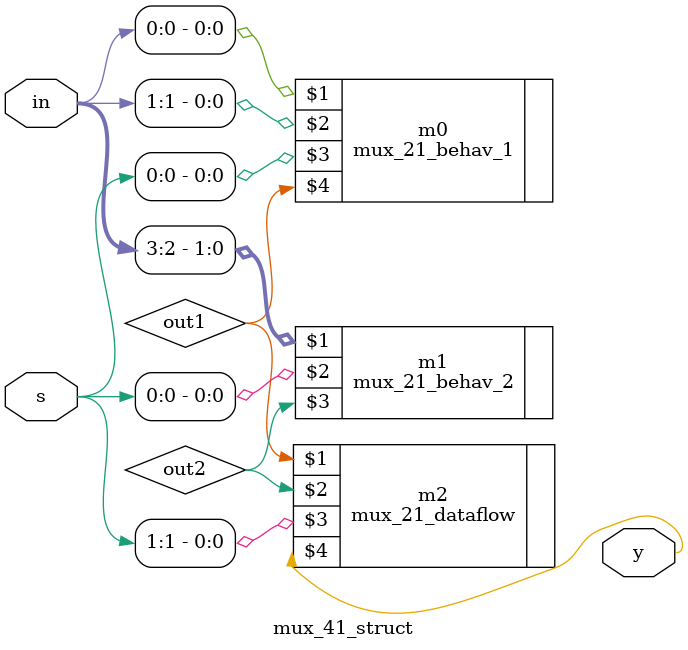
<source format=v>
`timescale 1ns / 1ps


module mux_41_behav(input [3:0]in, input [1:0]s, output reg y);

always@(*)
begin
    case(s)
        2'b00: y = in[0];
        2'b01: y = in[1];
        2'b10: y = in[2];
        2'b11: y = in[3];
        default: y = 1'b0;
    endcase
end

endmodule

//////////////////////////////////////////////////////////////////////////////////

module mux_41_struct(input [3:0]in, input [1:0]s, output y);

wire out1, out2;

mux_21_behav_1 m0(in[0], in[1], s[0], out1);
mux_21_behav_2 m1(in[3:2], s[0], out2);
mux_21_dataflow m2(out1, out2, s[1], y);

endmodule
</source>
